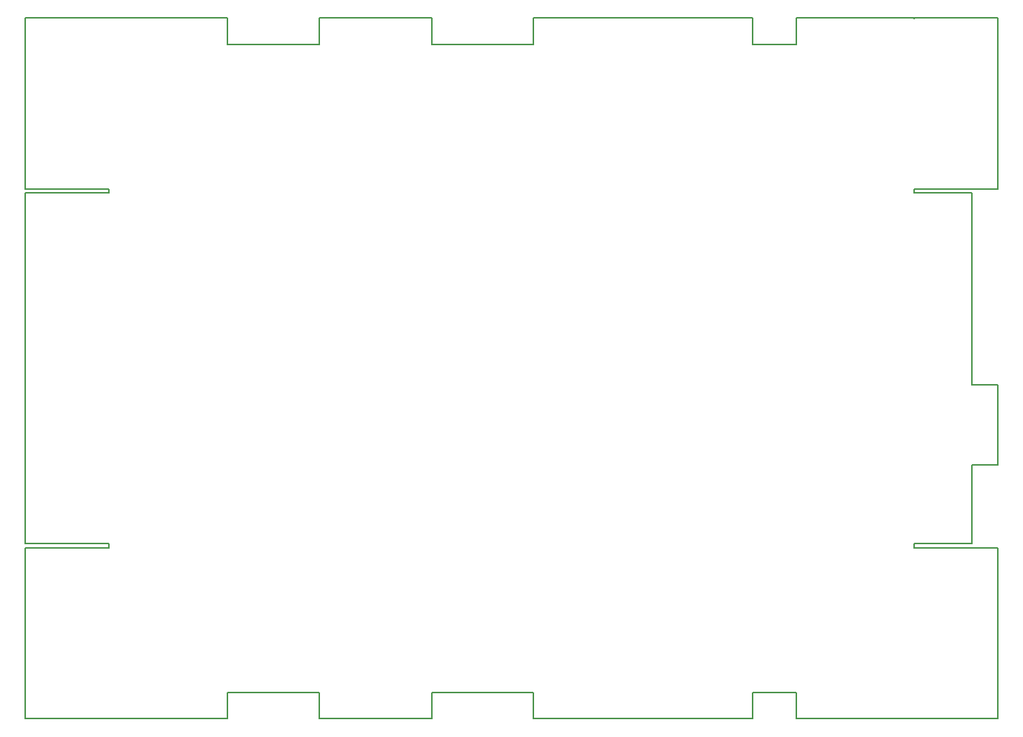
<source format=gm1>
G04 #@! TF.FileFunction,Profile,NP*
%FSLAX46Y46*%
G04 Gerber Fmt 4.6, Leading zero omitted, Abs format (unit mm)*
G04 Created by KiCad (PCBNEW 4.0.6) date Friday, May 24, 2019 'PMt' 09:54:45 PM*
%MOMM*%
%LPD*%
G01*
G04 APERTURE LIST*
%ADD10C,0.100000*%
%ADD11C,0.200000*%
%ADD12C,0.150000*%
G04 APERTURE END LIST*
D10*
D11*
X62680000Y-107000000D02*
X74300000Y-107000000D01*
X49840000Y-110000000D02*
X62680000Y-110000000D01*
D12*
X62680000Y-107000000D02*
X62680000Y-110000000D01*
X49840000Y-107000000D02*
X49840000Y-110000000D01*
D11*
X62680000Y-33000000D02*
X74300000Y-33000000D01*
X49840000Y-30000000D02*
X62680000Y-30000000D01*
D12*
X62680000Y-33000000D02*
X62680000Y-30000000D01*
X49840000Y-30000000D02*
X49840000Y-33000000D01*
D11*
X124400000Y-81000000D02*
X124400000Y-90000000D01*
X124400000Y-81000000D02*
X127400000Y-81000000D01*
X124400000Y-71900000D02*
X127400000Y-71900000D01*
D12*
X127400000Y-71900000D02*
X127400000Y-81000000D01*
X117800000Y-49500000D02*
X127400000Y-49500000D01*
X127400000Y-30000000D02*
X127400000Y-49500000D01*
X117800000Y-30000000D02*
X127400000Y-30000000D01*
D11*
X25800000Y-49500000D02*
X16200000Y-49500000D01*
X16200000Y-30000000D02*
X16200000Y-49500000D01*
X25800000Y-30000000D02*
X16200000Y-30000000D01*
X16200000Y-90500000D02*
X25800000Y-90500000D01*
D12*
X117800000Y-90500000D02*
X127400000Y-90500000D01*
D11*
X16200000Y-110000000D02*
X16200000Y-90500000D01*
X25800000Y-110000000D02*
X16200000Y-110000000D01*
D12*
X117800000Y-90500000D02*
X117800000Y-90000000D01*
X127400000Y-110000000D02*
X127400000Y-90500000D01*
X117800000Y-110000000D02*
X127400000Y-110000000D01*
X74300000Y-110000000D02*
X99300000Y-110000000D01*
X104300000Y-110000000D02*
X117800000Y-110000000D01*
X25800000Y-110000000D02*
X39300000Y-110000000D01*
X117790000Y-30010000D02*
X117790000Y-30030000D01*
X104300000Y-30000000D02*
X117800000Y-30000000D01*
X74300000Y-30000000D02*
X99300000Y-30000000D01*
X38330000Y-30010000D02*
X38330000Y-29990000D01*
X25800000Y-30000000D02*
X39300000Y-30000000D01*
X104300000Y-110000000D02*
X104300000Y-107000000D01*
X99300000Y-107000000D02*
X104300000Y-107000000D01*
X99300000Y-107000000D02*
X99300000Y-110000000D01*
X39300000Y-107000000D02*
X49840000Y-107000000D01*
X74300000Y-110000000D02*
X74300000Y-107000000D01*
X39300000Y-107000000D02*
X39300000Y-110000000D01*
X104300000Y-33000000D02*
X104300000Y-30000000D01*
X99300000Y-33000000D02*
X104300000Y-33000000D01*
X99300000Y-30000000D02*
X99300000Y-33000000D01*
X39300000Y-33000000D02*
X49840000Y-33000000D01*
X74300000Y-33000000D02*
X74300000Y-30000000D01*
X39300000Y-30000000D02*
X39300000Y-33000000D01*
X124400000Y-50000000D02*
X124400000Y-71900000D01*
X117800000Y-90000000D02*
X124400000Y-90000000D01*
X117800000Y-50000000D02*
X124400000Y-50000000D01*
X117800000Y-49500000D02*
X117800000Y-50000000D01*
X25800000Y-90000000D02*
X25800000Y-90500000D01*
X16200000Y-90000000D02*
X25800000Y-90000000D01*
X25800000Y-50000000D02*
X25800000Y-49500000D01*
X16200000Y-50000000D02*
X25800000Y-50000000D01*
X16200000Y-50000000D02*
X16200000Y-90000000D01*
M02*

</source>
